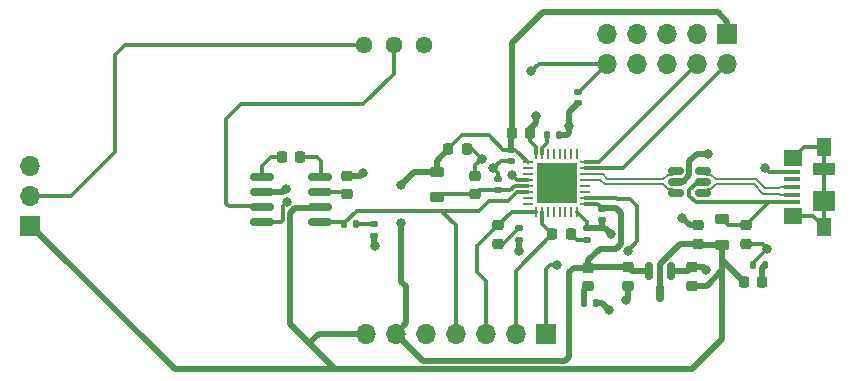
<source format=gbr>
%TF.GenerationSoftware,KiCad,Pcbnew,(6.0.2)*%
%TF.CreationDate,2024-04-01T09:01:55+02:00*%
%TF.ProjectId,STM32L4_Project,53544d33-324c-4345-9f50-726f6a656374,rev?*%
%TF.SameCoordinates,Original*%
%TF.FileFunction,Copper,L1,Top*%
%TF.FilePolarity,Positive*%
%FSLAX46Y46*%
G04 Gerber Fmt 4.6, Leading zero omitted, Abs format (unit mm)*
G04 Created by KiCad (PCBNEW (6.0.2)) date 2024-04-01 09:01:55*
%MOMM*%
%LPD*%
G01*
G04 APERTURE LIST*
G04 Aperture macros list*
%AMRoundRect*
0 Rectangle with rounded corners*
0 $1 Rounding radius*
0 $2 $3 $4 $5 $6 $7 $8 $9 X,Y pos of 4 corners*
0 Add a 4 corners polygon primitive as box body*
4,1,4,$2,$3,$4,$5,$6,$7,$8,$9,$2,$3,0*
0 Add four circle primitives for the rounded corners*
1,1,$1+$1,$2,$3*
1,1,$1+$1,$4,$5*
1,1,$1+$1,$6,$7*
1,1,$1+$1,$8,$9*
0 Add four rect primitives between the rounded corners*
20,1,$1+$1,$2,$3,$4,$5,0*
20,1,$1+$1,$4,$5,$6,$7,0*
20,1,$1+$1,$6,$7,$8,$9,0*
20,1,$1+$1,$8,$9,$2,$3,0*%
G04 Aperture macros list end*
%TA.AperFunction,SMDPad,CuDef*%
%ADD10RoundRect,0.225000X-0.225000X-0.250000X0.225000X-0.250000X0.225000X0.250000X-0.225000X0.250000X0*%
%TD*%
%TA.AperFunction,SMDPad,CuDef*%
%ADD11RoundRect,0.225000X0.250000X-0.225000X0.250000X0.225000X-0.250000X0.225000X-0.250000X-0.225000X0*%
%TD*%
%TA.AperFunction,ComponentPad*%
%ADD12R,1.700000X1.700000*%
%TD*%
%TA.AperFunction,ComponentPad*%
%ADD13O,1.700000X1.700000*%
%TD*%
%TA.AperFunction,SMDPad,CuDef*%
%ADD14RoundRect,0.135000X0.135000X0.185000X-0.135000X0.185000X-0.135000X-0.185000X0.135000X-0.185000X0*%
%TD*%
%TA.AperFunction,SMDPad,CuDef*%
%ADD15RoundRect,0.140000X-0.170000X0.140000X-0.170000X-0.140000X0.170000X-0.140000X0.170000X0.140000X0*%
%TD*%
%TA.AperFunction,SMDPad,CuDef*%
%ADD16RoundRect,0.218750X0.381250X-0.218750X0.381250X0.218750X-0.381250X0.218750X-0.381250X-0.218750X0*%
%TD*%
%TA.AperFunction,SMDPad,CuDef*%
%ADD17RoundRect,0.135000X-0.185000X0.135000X-0.185000X-0.135000X0.185000X-0.135000X0.185000X0.135000X0*%
%TD*%
%TA.AperFunction,SMDPad,CuDef*%
%ADD18RoundRect,0.135000X0.185000X-0.135000X0.185000X0.135000X-0.185000X0.135000X-0.185000X-0.135000X0*%
%TD*%
%TA.AperFunction,SMDPad,CuDef*%
%ADD19RoundRect,0.150000X-0.512500X-0.150000X0.512500X-0.150000X0.512500X0.150000X-0.512500X0.150000X0*%
%TD*%
%TA.AperFunction,SMDPad,CuDef*%
%ADD20RoundRect,0.218750X0.218750X0.256250X-0.218750X0.256250X-0.218750X-0.256250X0.218750X-0.256250X0*%
%TD*%
%TA.AperFunction,SMDPad,CuDef*%
%ADD21RoundRect,0.225000X-0.250000X0.225000X-0.250000X-0.225000X0.250000X-0.225000X0.250000X0.225000X0*%
%TD*%
%TA.AperFunction,SMDPad,CuDef*%
%ADD22RoundRect,0.140000X0.170000X-0.140000X0.170000X0.140000X-0.170000X0.140000X-0.170000X-0.140000X0*%
%TD*%
%TA.AperFunction,SMDPad,CuDef*%
%ADD23RoundRect,0.218750X0.256250X-0.218750X0.256250X0.218750X-0.256250X0.218750X-0.256250X-0.218750X0*%
%TD*%
%TA.AperFunction,SMDPad,CuDef*%
%ADD24RoundRect,0.062500X-0.375000X-0.062500X0.375000X-0.062500X0.375000X0.062500X-0.375000X0.062500X0*%
%TD*%
%TA.AperFunction,SMDPad,CuDef*%
%ADD25RoundRect,0.062500X-0.062500X-0.375000X0.062500X-0.375000X0.062500X0.375000X-0.062500X0.375000X0*%
%TD*%
%TA.AperFunction,SMDPad,CuDef*%
%ADD26R,3.450000X3.450000*%
%TD*%
%TA.AperFunction,SMDPad,CuDef*%
%ADD27RoundRect,0.150000X-0.825000X-0.150000X0.825000X-0.150000X0.825000X0.150000X-0.825000X0.150000X0*%
%TD*%
%TA.AperFunction,SMDPad,CuDef*%
%ADD28R,1.380000X0.450000*%
%TD*%
%TA.AperFunction,SMDPad,CuDef*%
%ADD29R,1.550000X1.425000*%
%TD*%
%TA.AperFunction,SMDPad,CuDef*%
%ADD30R,1.900000X1.000000*%
%TD*%
%TA.AperFunction,SMDPad,CuDef*%
%ADD31R,1.900000X1.800000*%
%TD*%
%TA.AperFunction,SMDPad,CuDef*%
%ADD32R,1.300000X1.650000*%
%TD*%
%TA.AperFunction,SMDPad,CuDef*%
%ADD33RoundRect,0.140000X0.140000X0.170000X-0.140000X0.170000X-0.140000X-0.170000X0.140000X-0.170000X0*%
%TD*%
%TA.AperFunction,SMDPad,CuDef*%
%ADD34RoundRect,0.218750X-0.381250X0.218750X-0.381250X-0.218750X0.381250X-0.218750X0.381250X0.218750X0*%
%TD*%
%TA.AperFunction,ComponentPad*%
%ADD35C,1.440000*%
%TD*%
%TA.AperFunction,SMDPad,CuDef*%
%ADD36RoundRect,0.150000X-0.150000X0.587500X-0.150000X-0.587500X0.150000X-0.587500X0.150000X0.587500X0*%
%TD*%
%TA.AperFunction,SMDPad,CuDef*%
%ADD37RoundRect,0.135000X-0.135000X-0.185000X0.135000X-0.185000X0.135000X0.185000X-0.135000X0.185000X0*%
%TD*%
%TA.AperFunction,ViaPad*%
%ADD38C,0.800000*%
%TD*%
%TA.AperFunction,Conductor*%
%ADD39C,0.500000*%
%TD*%
%TA.AperFunction,Conductor*%
%ADD40C,0.300000*%
%TD*%
%TA.AperFunction,Conductor*%
%ADD41C,0.200000*%
%TD*%
G04 APERTURE END LIST*
D10*
%TO.P,C2,1*%
%TO.N,Net-(C2-Pad1)*%
X75475000Y-49650000D03*
%TO.P,C2,2*%
%TO.N,Net-(C2-Pad2)*%
X77025000Y-49650000D03*
%TD*%
D11*
%TO.P,C4,1*%
%TO.N,Net-(C4-Pad1)*%
X81000000Y-52800000D03*
%TO.P,C4,2*%
%TO.N,GND*%
X81000000Y-51250000D03*
%TD*%
%TO.P,C7,1*%
%TO.N,+5V*%
X110750000Y-57000000D03*
%TO.P,C7,2*%
%TO.N,GND*%
X110750000Y-55450000D03*
%TD*%
%TO.P,C1,1*%
%TO.N,+5V*%
X110200000Y-60550000D03*
%TO.P,C1,2*%
%TO.N,GND*%
X110200000Y-59000000D03*
%TD*%
D12*
%TO.P,J4,1,Pin_1*%
%TO.N,+3V3*%
X113200000Y-39200000D03*
D13*
%TO.P,J4,2,Pin_2*%
%TO.N,SWDIO*%
X113200000Y-41740000D03*
%TO.P,J4,3,Pin_3*%
%TO.N,GND*%
X110660000Y-39200000D03*
%TO.P,J4,4,Pin_4*%
%TO.N,SWCLCK*%
X110660000Y-41740000D03*
%TO.P,J4,5,Pin_5*%
%TO.N,GND*%
X108120000Y-39200000D03*
%TO.P,J4,6,Pin_6*%
%TO.N,unconnected-(J4-Pad6)*%
X108120000Y-41740000D03*
%TO.P,J4,7,Pin_7*%
%TO.N,unconnected-(J4-Pad7)*%
X105580000Y-39200000D03*
%TO.P,J4,8,Pin_8*%
%TO.N,unconnected-(J4-Pad8)*%
X105580000Y-41740000D03*
%TO.P,J4,9,Pin_9*%
%TO.N,GND*%
X103040000Y-39200000D03*
%TO.P,J4,10,Pin_10*%
%TO.N,NRST*%
X103040000Y-41740000D03*
%TD*%
D14*
%TO.P,R4,1*%
%TO.N,GND*%
X98950000Y-47800000D03*
%TO.P,R4,2*%
%TO.N,Net-(R4-Pad2)*%
X97930000Y-47800000D03*
%TD*%
D15*
%TO.P,C9,1*%
%TO.N,+3V3*%
X94850000Y-49020000D03*
%TO.P,C9,2*%
%TO.N,GND*%
X94850000Y-49980000D03*
%TD*%
D16*
%TO.P,FB2,1*%
%TO.N,+3.3VA*%
X88600000Y-53062500D03*
%TO.P,FB2,2*%
%TO.N,+3V3*%
X88600000Y-50937500D03*
%TD*%
D17*
%TO.P,R5,1*%
%TO.N,GND*%
X101350000Y-55690000D03*
%TO.P,R5,2*%
%TO.N,Net-(D3-Pad1)*%
X101350000Y-56710000D03*
%TD*%
D18*
%TO.P,R1,1*%
%TO.N,GND*%
X83250000Y-56320000D03*
%TO.P,R1,2*%
%TO.N,Net-(C5-Pad1)*%
X83250000Y-55300000D03*
%TD*%
D19*
%TO.P,U3,1,I/O1*%
%TO.N,USB_D+*%
X108862500Y-50800000D03*
%TO.P,U3,2,GND*%
%TO.N,GND*%
X108862500Y-51750000D03*
%TO.P,U3,3,I/O2*%
%TO.N,USB_D-*%
X108862500Y-52700000D03*
%TO.P,U3,4,I/O2*%
%TO.N,USB_CONN_D-*%
X111137500Y-52700000D03*
%TO.P,U3,5,VBUS*%
%TO.N,VBUS*%
X111137500Y-51750000D03*
%TO.P,U3,6,I/O1*%
%TO.N,USB_CONN_D+*%
X111137500Y-50800000D03*
%TD*%
D15*
%TO.P,C10,1*%
%TO.N,+3V3*%
X102600000Y-54020000D03*
%TO.P,C10,2*%
%TO.N,GND*%
X102600000Y-54980000D03*
%TD*%
D20*
%TO.P,D2,1,K*%
%TO.N,Net-(D2-Pad1)*%
X116175000Y-60200000D03*
%TO.P,D2,2,A*%
%TO.N,+5V*%
X114600000Y-60200000D03*
%TD*%
%TO.P,D3,1,K*%
%TO.N,Net-(D3-Pad1)*%
X99937500Y-56200000D03*
%TO.P,D3,2,A*%
%TO.N,PA4*%
X98362500Y-56200000D03*
%TD*%
D21*
%TO.P,C3,1*%
%TO.N,+3V3*%
X104800000Y-59000000D03*
%TO.P,C3,2*%
%TO.N,GND*%
X104800000Y-60550000D03*
%TD*%
D22*
%TO.P,C11,1*%
%TO.N,+3.3VA*%
X93800000Y-52480000D03*
%TO.P,C11,2*%
%TO.N,GND*%
X93800000Y-51520000D03*
%TD*%
D15*
%TO.P,C13,1*%
%TO.N,NRST*%
X100600000Y-44120000D03*
%TO.P,C13,2*%
%TO.N,GND*%
X100600000Y-45080000D03*
%TD*%
D23*
%TO.P,D1,1,K*%
%TO.N,Net-(D1-Pad1)*%
X101400000Y-60587500D03*
%TO.P,D1,2,A*%
%TO.N,+3V3*%
X101400000Y-59012500D03*
%TD*%
D24*
%TO.P,U4,1,VDD*%
%TO.N,+3V3*%
X96312500Y-50100000D03*
%TO.P,U4,2,PC14*%
%TO.N,unconnected-(U4-Pad2)*%
X96312500Y-50600000D03*
%TO.P,U4,3,PC15*%
%TO.N,unconnected-(U4-Pad3)*%
X96312500Y-51100000D03*
%TO.P,U4,4,NRST*%
%TO.N,NRST*%
X96312500Y-51600000D03*
%TO.P,U4,5,VDDA*%
%TO.N,+3.3VA*%
X96312500Y-52100000D03*
%TO.P,U4,6,PA0*%
%TO.N,ADC_IN*%
X96312500Y-52600000D03*
%TO.P,U4,7,PA1*%
%TO.N,unconnected-(U4-Pad7)*%
X96312500Y-53100000D03*
%TO.P,U4,8,PA2*%
%TO.N,unconnected-(U4-Pad8)*%
X96312500Y-53600000D03*
D25*
%TO.P,U4,9,PA3*%
%TO.N,PA3*%
X97000000Y-54287500D03*
%TO.P,U4,10,PA4*%
%TO.N,PA4*%
X97500000Y-54287500D03*
%TO.P,U4,11,PA5*%
%TO.N,unconnected-(U4-Pad11)*%
X98000000Y-54287500D03*
%TO.P,U4,12,PA6*%
%TO.N,unconnected-(U4-Pad12)*%
X98500000Y-54287500D03*
%TO.P,U4,13,PA7*%
%TO.N,unconnected-(U4-Pad13)*%
X99000000Y-54287500D03*
%TO.P,U4,14,PB0*%
%TO.N,unconnected-(U4-Pad14)*%
X99500000Y-54287500D03*
%TO.P,U4,15,PB1*%
%TO.N,unconnected-(U4-Pad15)*%
X100000000Y-54287500D03*
%TO.P,U4,16,VSS*%
%TO.N,GND*%
X100500000Y-54287500D03*
D24*
%TO.P,U4,17,VDD*%
%TO.N,+3V3*%
X101187500Y-53600000D03*
%TO.P,U4,18,PA8*%
%TO.N,PA8*%
X101187500Y-53100000D03*
%TO.P,U4,19,PA9*%
%TO.N,unconnected-(U4-Pad19)*%
X101187500Y-52600000D03*
%TO.P,U4,20,PA10*%
%TO.N,unconnected-(U4-Pad20)*%
X101187500Y-52100000D03*
%TO.P,U4,21,PA11*%
%TO.N,USB_D-*%
X101187500Y-51600000D03*
%TO.P,U4,22,PA12*%
%TO.N,USB_D+*%
X101187500Y-51100000D03*
%TO.P,U4,23,PA13*%
%TO.N,SWDIO*%
X101187500Y-50600000D03*
%TO.P,U4,24,PA14*%
%TO.N,SWCLCK*%
X101187500Y-50100000D03*
D25*
%TO.P,U4,25,PA15*%
%TO.N,unconnected-(U4-Pad25)*%
X100500000Y-49412500D03*
%TO.P,U4,26,PB3*%
%TO.N,unconnected-(U4-Pad26)*%
X100000000Y-49412500D03*
%TO.P,U4,27,PB4*%
%TO.N,unconnected-(U4-Pad27)*%
X99500000Y-49412500D03*
%TO.P,U4,28,PB5*%
%TO.N,unconnected-(U4-Pad28)*%
X99000000Y-49412500D03*
%TO.P,U4,29,PB6*%
%TO.N,unconnected-(U4-Pad29)*%
X98500000Y-49412500D03*
%TO.P,U4,30,PB7*%
%TO.N,unconnected-(U4-Pad30)*%
X98000000Y-49412500D03*
%TO.P,U4,31,PH3*%
%TO.N,Net-(R4-Pad2)*%
X97500000Y-49412500D03*
%TO.P,U4,32,VSS*%
%TO.N,GND*%
X97000000Y-49412500D03*
D26*
%TO.P,U4,33,VSS*%
X98750000Y-51850000D03*
%TD*%
D12*
%TO.P,J2,1,Pin_1*%
%TO.N,PA8*%
X97825000Y-64600000D03*
D13*
%TO.P,J2,2,Pin_2*%
%TO.N,PA4*%
X95285000Y-64600000D03*
%TO.P,J2,3,Pin_3*%
%TO.N,PA3*%
X92745000Y-64600000D03*
%TO.P,J2,4,Pin_4*%
%TO.N,ADC_IN*%
X90205000Y-64600000D03*
%TO.P,J2,5,Pin_5*%
%TO.N,GND*%
X87665000Y-64600000D03*
%TO.P,J2,6,Pin_6*%
%TO.N,+3V3*%
X85125000Y-64600000D03*
%TO.P,J2,7,Pin_7*%
%TO.N,+5V*%
X82585000Y-64600000D03*
%TD*%
D12*
%TO.P,J3,1,Pin_1*%
%TO.N,+5V*%
X54200000Y-55480000D03*
D13*
%TO.P,J3,2,Pin_2*%
%TO.N,RADAR_OUT*%
X54200000Y-52940000D03*
%TO.P,J3,3,Pin_3*%
%TO.N,GND*%
X54200000Y-50400000D03*
%TD*%
D10*
%TO.P,C14,1*%
%TO.N,+3V3*%
X89575000Y-49000000D03*
%TO.P,C14,2*%
%TO.N,GND*%
X91125000Y-49000000D03*
%TD*%
%TO.P,C8,1*%
%TO.N,+3V3*%
X94975000Y-47600000D03*
%TO.P,C8,2*%
%TO.N,GND*%
X96525000Y-47600000D03*
%TD*%
D27*
%TO.P,U2,1,GAIN*%
%TO.N,Net-(C2-Pad1)*%
X73775000Y-51345000D03*
%TO.P,U2,2,-*%
%TO.N,GND*%
X73775000Y-52615000D03*
%TO.P,U2,3,+*%
%TO.N,Net-(RV1-Pad2)*%
X73775000Y-53885000D03*
%TO.P,U2,4,GND*%
%TO.N,GND*%
X73775000Y-55155000D03*
%TO.P,U2,5*%
%TO.N,ADC_IN*%
X78725000Y-55155000D03*
%TO.P,U2,6,V+*%
%TO.N,+5V*%
X78725000Y-53885000D03*
%TO.P,U2,7,BYPASS*%
%TO.N,Net-(C4-Pad1)*%
X78725000Y-52615000D03*
%TO.P,U2,8,GAIN*%
%TO.N,Net-(C2-Pad2)*%
X78725000Y-51345000D03*
%TD*%
D14*
%TO.P,R2,1*%
%TO.N,GND*%
X102110000Y-62000000D03*
%TO.P,R2,2*%
%TO.N,Net-(D1-Pad1)*%
X101090000Y-62000000D03*
%TD*%
D21*
%TO.P,C6,1*%
%TO.N,VBUS*%
X114750000Y-55450000D03*
%TO.P,C6,2*%
%TO.N,GND*%
X114750000Y-57000000D03*
%TD*%
D28*
%TO.P,J1,1,VBUS*%
%TO.N,VBUS*%
X118690000Y-53500000D03*
%TO.P,J1,2,D-*%
%TO.N,USB_CONN_D-*%
X118690000Y-52850000D03*
%TO.P,J1,3,D+*%
%TO.N,USB_CONN_D+*%
X118690000Y-52200000D03*
%TO.P,J1,4,ID*%
%TO.N,unconnected-(J1-Pad4)*%
X118690000Y-51550000D03*
%TO.P,J1,5,GND*%
%TO.N,GND*%
X118690000Y-50900000D03*
D29*
%TO.P,J1,6,Shield*%
%TO.N,unconnected-(J1-Pad6)*%
X118775000Y-54687500D03*
D30*
X121350000Y-50650000D03*
D29*
X118775000Y-49712500D03*
D31*
X121350000Y-53350000D03*
D32*
X121350000Y-55575000D03*
X121350000Y-48825000D03*
%TD*%
D33*
%TO.P,C5,1*%
%TO.N,Net-(C5-Pad1)*%
X81730000Y-55300000D03*
%TO.P,C5,2*%
%TO.N,ADC_IN*%
X80770000Y-55300000D03*
%TD*%
D34*
%TO.P,FB1,1*%
%TO.N,VBUS*%
X112750000Y-54937500D03*
%TO.P,FB1,2*%
%TO.N,+5V*%
X112750000Y-57062500D03*
%TD*%
D35*
%TO.P,RV1,1,1*%
%TO.N,RADAR_OUT*%
X82450000Y-40200000D03*
%TO.P,RV1,2,2*%
%TO.N,Net-(RV1-Pad2)*%
X84990000Y-40200000D03*
%TO.P,RV1,3,3*%
%TO.N,GND*%
X87530000Y-40200000D03*
%TD*%
D11*
%TO.P,C12,1*%
%TO.N,+3.3VA*%
X91850000Y-52775000D03*
%TO.P,C12,2*%
%TO.N,GND*%
X91850000Y-51225000D03*
%TD*%
D23*
%TO.P,D4,1,K*%
%TO.N,Net-(D4-Pad1)*%
X93800000Y-57000000D03*
%TO.P,D4,2,A*%
%TO.N,PA3*%
X93800000Y-55425000D03*
%TD*%
D18*
%TO.P,R6,1*%
%TO.N,GND*%
X95550000Y-56710000D03*
%TO.P,R6,2*%
%TO.N,Net-(D4-Pad1)*%
X95550000Y-55690000D03*
%TD*%
D36*
%TO.P,U1,1,GND*%
%TO.N,GND*%
X108450000Y-59312500D03*
%TO.P,U1,2,VO*%
%TO.N,+3V3*%
X106550000Y-59312500D03*
%TO.P,U1,3,VI*%
%TO.N,+5V*%
X107500000Y-61187500D03*
%TD*%
D37*
%TO.P,R3,1*%
%TO.N,GND*%
X115380000Y-58787500D03*
%TO.P,R3,2*%
%TO.N,Net-(D2-Pad1)*%
X116400000Y-58787500D03*
%TD*%
D38*
%TO.N,GND*%
X75894865Y-53503760D03*
X92400000Y-49800000D03*
X99800000Y-47000000D03*
X93400000Y-50600000D03*
X103350500Y-56200000D03*
X97000000Y-46200000D03*
X99800000Y-51600000D03*
X83400000Y-57200000D03*
X95600000Y-57600000D03*
X103200000Y-62600000D03*
X75800000Y-52400000D03*
X111600000Y-49400000D03*
X116600000Y-57400000D03*
X116400000Y-50600000D03*
X111400000Y-59200000D03*
X82400000Y-51000000D03*
X104600000Y-61800000D03*
X109400000Y-54800000D03*
%TO.N,+3V3*%
X85600000Y-55200000D03*
X85600000Y-52000000D03*
%TO.N,NRST*%
X96600000Y-42400000D03*
X95000000Y-51200000D03*
%TO.N,PA8*%
X98800000Y-58800000D03*
X104800688Y-57600688D03*
%TD*%
D39*
%TO.N,+5V*%
X78057151Y-54000000D02*
X76600000Y-54000000D01*
X112750000Y-65050000D02*
X110200000Y-67600000D01*
X80000000Y-67600000D02*
X80200000Y-67600000D01*
X78600000Y-64600000D02*
X77800000Y-65400000D01*
X82585000Y-64600000D02*
X78600000Y-64600000D01*
X112750000Y-59250000D02*
X112750000Y-65050000D01*
X112750000Y-58350000D02*
X114600000Y-60200000D01*
X66400000Y-67600000D02*
X54280000Y-55480000D01*
X112750000Y-57062500D02*
X110812500Y-57062500D01*
X54280000Y-55480000D02*
X54200000Y-55480000D01*
X110750000Y-57000000D02*
X109177151Y-57000000D01*
X112750000Y-59250000D02*
X111450000Y-60550000D01*
X78172151Y-53885000D02*
X78057151Y-54000000D01*
X112750000Y-58350000D02*
X112750000Y-59250000D01*
X76600000Y-54000000D02*
X76200000Y-54400000D01*
X110200000Y-67600000D02*
X80200000Y-67600000D01*
X107500000Y-58677151D02*
X107500000Y-61187500D01*
X76200000Y-54400000D02*
X76200000Y-63800000D01*
X112750000Y-57062500D02*
X112750000Y-58350000D01*
X78725000Y-53885000D02*
X78172151Y-53885000D01*
X77800000Y-65400000D02*
X80000000Y-67600000D01*
X109177151Y-57000000D02*
X107500000Y-58677151D01*
X111450000Y-60550000D02*
X110200000Y-60550000D01*
X76200000Y-63800000D02*
X77800000Y-65400000D01*
X80200000Y-67600000D02*
X66400000Y-67600000D01*
X110812500Y-57062500D02*
X110750000Y-57000000D01*
%TO.N,GND*%
X95550000Y-56710000D02*
X95550000Y-57550000D01*
X98750000Y-51850000D02*
X99550000Y-51850000D01*
D40*
X101350000Y-55137500D02*
X100500000Y-54287500D01*
X75445000Y-55155000D02*
X75600000Y-55000000D01*
D39*
X104800000Y-61600000D02*
X104600000Y-61800000D01*
D40*
X101350000Y-55690000D02*
X101350000Y-55137500D01*
X91850000Y-50350000D02*
X92400000Y-49800000D01*
D39*
X95550000Y-57550000D02*
X95600000Y-57600000D01*
D40*
X116200000Y-57000000D02*
X116600000Y-57400000D01*
D39*
X102840500Y-55690000D02*
X103350500Y-56200000D01*
D40*
X96525000Y-48325000D02*
X96525000Y-47600000D01*
D39*
X99600000Y-47800000D02*
X99800000Y-47600000D01*
X109450000Y-51750000D02*
X110000000Y-51200000D01*
X98950000Y-47800000D02*
X99600000Y-47800000D01*
X82150000Y-51250000D02*
X82400000Y-51000000D01*
D40*
X94020000Y-49980000D02*
X93400000Y-50600000D01*
D39*
X96525000Y-47275000D02*
X97000000Y-46800000D01*
D40*
X91850000Y-51225000D02*
X91850000Y-50350000D01*
D39*
X102110000Y-62000000D02*
X102600000Y-62000000D01*
X108862500Y-51750000D02*
X109450000Y-51750000D01*
X108450000Y-59312500D02*
X109887500Y-59312500D01*
X102600000Y-54980000D02*
X102600000Y-55449500D01*
X83250000Y-57050000D02*
X83400000Y-57200000D01*
X97000000Y-46800000D02*
X97000000Y-46200000D01*
D40*
X75600000Y-55000000D02*
X75600000Y-53798625D01*
D39*
X104800000Y-60550000D02*
X104800000Y-61600000D01*
D40*
X75600000Y-53798625D02*
X75894865Y-53503760D01*
D39*
X110000000Y-51200000D02*
X110000000Y-50000000D01*
X110050000Y-55450000D02*
X109400000Y-54800000D01*
D40*
X111200000Y-59000000D02*
X111400000Y-59200000D01*
D39*
X110600000Y-49400000D02*
X111600000Y-49400000D01*
D40*
X97000000Y-48800000D02*
X96525000Y-48325000D01*
D39*
X99550000Y-51850000D02*
X99800000Y-51600000D01*
X110200000Y-59000000D02*
X111200000Y-59000000D01*
X99800000Y-47600000D02*
X99800000Y-47000000D01*
X83250000Y-56320000D02*
X83250000Y-57050000D01*
X96525000Y-47600000D02*
X96525000Y-47275000D01*
D40*
X91600000Y-49000000D02*
X92400000Y-49800000D01*
D39*
X110200000Y-59000000D02*
X109887500Y-59312500D01*
X101350000Y-55690000D02*
X102840500Y-55690000D01*
D40*
X93800000Y-51520000D02*
X93800000Y-51000000D01*
X94850000Y-49980000D02*
X94020000Y-49980000D01*
D39*
X99800000Y-45880000D02*
X100600000Y-45080000D01*
D40*
X93800000Y-51000000D02*
X93400000Y-50600000D01*
X118690000Y-50900000D02*
X116700000Y-50900000D01*
X114750000Y-57000000D02*
X116200000Y-57000000D01*
X97000000Y-49412500D02*
X97000000Y-48800000D01*
X91125000Y-49000000D02*
X91600000Y-49000000D01*
D39*
X99800000Y-47000000D02*
X99800000Y-45880000D01*
D40*
X73775000Y-55155000D02*
X75445000Y-55155000D01*
D39*
X73775000Y-52615000D02*
X75585000Y-52615000D01*
D40*
X75585000Y-52615000D02*
X75800000Y-52400000D01*
X115380000Y-58787500D02*
X115380000Y-58620000D01*
D39*
X102600000Y-62000000D02*
X103200000Y-62600000D01*
D40*
X116700000Y-50900000D02*
X116400000Y-50600000D01*
D39*
X110750000Y-55450000D02*
X110050000Y-55450000D01*
D40*
X115380000Y-58620000D02*
X116600000Y-57400000D01*
D39*
X81000000Y-51250000D02*
X82150000Y-51250000D01*
X110000000Y-50000000D02*
X110600000Y-49400000D01*
D40*
%TO.N,Net-(C2-Pad1)*%
X74550000Y-49650000D02*
X75475000Y-49650000D01*
X73775000Y-51345000D02*
X73775000Y-50425000D01*
X73775000Y-50425000D02*
X74550000Y-49650000D01*
%TO.N,Net-(C2-Pad2)*%
X78800000Y-51270000D02*
X78725000Y-51345000D01*
X77025000Y-49650000D02*
X78450000Y-49650000D01*
X78450000Y-49650000D02*
X78800000Y-50000000D01*
X78800000Y-50000000D02*
X78800000Y-51270000D01*
D39*
%TO.N,+3V3*%
X106550000Y-59312500D02*
X105112500Y-59312500D01*
X113200000Y-39200000D02*
X113200000Y-38200000D01*
D40*
X102600000Y-54020000D02*
X102600000Y-54000000D01*
X96312500Y-50100000D02*
X95232500Y-49020000D01*
D39*
X85600000Y-60200000D02*
X86000000Y-60600000D01*
X86662500Y-50937500D02*
X85600000Y-52000000D01*
X103800000Y-57400000D02*
X104200000Y-57000000D01*
D40*
X94850000Y-47725000D02*
X94975000Y-47600000D01*
D39*
X87425480Y-66900480D02*
X85125000Y-64600000D01*
X88600000Y-50937500D02*
X88600000Y-49975000D01*
X99499520Y-66900480D02*
X87425480Y-66900480D01*
D40*
X94850000Y-49020000D02*
X94220000Y-49020000D01*
D39*
X86000000Y-63725000D02*
X85125000Y-64600000D01*
X101400000Y-59012500D02*
X101400000Y-58400000D01*
X104200000Y-54400000D02*
X103800000Y-54000000D01*
X88600000Y-49975000D02*
X89575000Y-49000000D01*
X85600000Y-55200000D02*
X85600000Y-58200000D01*
X94850000Y-49020000D02*
X94850000Y-47725000D01*
X101412500Y-59000000D02*
X101400000Y-59012500D01*
X99800000Y-66600000D02*
X99499520Y-66900480D01*
X86000000Y-60600000D02*
X86000000Y-63725000D01*
D40*
X93000000Y-47800000D02*
X90775000Y-47800000D01*
D39*
X104800000Y-59000000D02*
X101412500Y-59000000D01*
X112400000Y-37400000D02*
X97600000Y-37400000D01*
X113200000Y-38200000D02*
X112400000Y-37400000D01*
D40*
X102600000Y-54000000D02*
X102200000Y-53600000D01*
D39*
X103800000Y-54000000D02*
X102620000Y-54000000D01*
X97600000Y-37400000D02*
X94975000Y-40025000D01*
X94975000Y-40025000D02*
X94975000Y-47600000D01*
X105112500Y-59312500D02*
X104800000Y-59000000D01*
X104200000Y-57000000D02*
X104200000Y-54400000D01*
D40*
X90775000Y-47800000D02*
X89575000Y-49000000D01*
D39*
X102400000Y-57400000D02*
X103800000Y-57400000D01*
X101400000Y-59012500D02*
X100187500Y-59012500D01*
D40*
X102200000Y-53600000D02*
X101187500Y-53600000D01*
D39*
X100187500Y-59012500D02*
X99800000Y-59400000D01*
X102620000Y-54000000D02*
X102600000Y-54020000D01*
X88600000Y-50937500D02*
X86662500Y-50937500D01*
D40*
X95232500Y-49020000D02*
X94850000Y-49020000D01*
D39*
X101400000Y-58400000D02*
X102400000Y-57400000D01*
D40*
X94220000Y-49020000D02*
X93000000Y-47800000D01*
D39*
X99800000Y-59400000D02*
X99800000Y-66600000D01*
X85600000Y-58200000D02*
X85600000Y-60200000D01*
D40*
%TO.N,Net-(C4-Pad1)*%
X78725000Y-52615000D02*
X80815000Y-52615000D01*
X80815000Y-52615000D02*
X81000000Y-52800000D01*
%TO.N,Net-(C5-Pad1)*%
X81730000Y-55300000D02*
X83250000Y-55300000D01*
%TO.N,ADC_IN*%
X93000000Y-53400000D02*
X92200000Y-54200000D01*
X80625000Y-55155000D02*
X80770000Y-55300000D01*
X78725000Y-55155000D02*
X80625000Y-55155000D01*
X80770000Y-55257715D02*
X80770000Y-55300000D01*
X95400000Y-52600000D02*
X94600000Y-53400000D01*
X90205000Y-64600000D02*
X90205000Y-55405000D01*
X90205000Y-55405000D02*
X89000000Y-54200000D01*
X89000000Y-54200000D02*
X81827715Y-54200000D01*
X81827715Y-54200000D02*
X80770000Y-55257715D01*
X92200000Y-54200000D02*
X89000000Y-54200000D01*
X94600000Y-53400000D02*
X93000000Y-53400000D01*
X96312500Y-52600000D02*
X95400000Y-52600000D01*
%TO.N,VBUS*%
X118690000Y-53500000D02*
X116700000Y-53500000D01*
X116700000Y-53500000D02*
X110568573Y-53500000D01*
X110718573Y-51750000D02*
X111137500Y-51750000D01*
X114750000Y-55450000D02*
X113262500Y-55450000D01*
X116700000Y-53500000D02*
X114750000Y-55450000D01*
X113262500Y-55450000D02*
X112750000Y-54937500D01*
X110000000Y-52931427D02*
X110000000Y-52468573D01*
X110000000Y-52468573D02*
X110718573Y-51750000D01*
X110568573Y-53500000D02*
X110000000Y-52931427D01*
%TO.N,+3.3VA*%
X88887500Y-52775000D02*
X88600000Y-53062500D01*
X92145000Y-52480000D02*
X91850000Y-52775000D01*
X91850000Y-52775000D02*
X88887500Y-52775000D01*
X95193572Y-52100000D02*
X96312500Y-52100000D01*
X93800000Y-52480000D02*
X94813572Y-52480000D01*
X93800000Y-52480000D02*
X92145000Y-52480000D01*
X94813572Y-52480000D02*
X95193572Y-52100000D01*
%TO.N,NRST*%
X95400000Y-51600000D02*
X95000000Y-51200000D01*
X100600000Y-44120000D02*
X100660000Y-44120000D01*
X100660000Y-44120000D02*
X103040000Y-41740000D01*
X96312500Y-51600000D02*
X95400000Y-51600000D01*
X97260000Y-41740000D02*
X103040000Y-41740000D01*
X96600000Y-42400000D02*
X97260000Y-41740000D01*
D39*
%TO.N,Net-(D1-Pad1)*%
X101090000Y-62000000D02*
X101090000Y-60897500D01*
X101090000Y-60897500D02*
X101400000Y-60587500D01*
%TO.N,Net-(D2-Pad1)*%
X116175000Y-60200000D02*
X116175000Y-59012500D01*
X116175000Y-59012500D02*
X116400000Y-58787500D01*
D40*
%TO.N,Net-(D3-Pad1)*%
X100447500Y-56710000D02*
X99937500Y-56200000D01*
X101350000Y-56710000D02*
X100447500Y-56710000D01*
%TO.N,PA4*%
X97500000Y-55337500D02*
X98362500Y-56200000D01*
X95285000Y-64600000D02*
X95285000Y-59277500D01*
X97500000Y-54287500D02*
X97500000Y-55337500D01*
X95285000Y-59277500D02*
X98362500Y-56200000D01*
%TO.N,Net-(D4-Pad1)*%
X94240000Y-57000000D02*
X95550000Y-55690000D01*
X93800000Y-57000000D02*
X94240000Y-57000000D01*
%TO.N,PA3*%
X92000000Y-59400000D02*
X92000000Y-57225000D01*
X92745000Y-64600000D02*
X92745000Y-60145000D01*
X92000000Y-57225000D02*
X93800000Y-55425000D01*
X92745000Y-60145000D02*
X92000000Y-59400000D01*
X93800000Y-55425000D02*
X94937500Y-54287500D01*
X94937500Y-54287500D02*
X97000000Y-54287500D01*
D41*
%TO.N,USB_CONN_D-*%
X111487980Y-52349520D02*
X111137500Y-52700000D01*
X118690000Y-52850000D02*
X117654999Y-52850000D01*
X117654999Y-52850000D02*
X117554999Y-52750000D01*
X116231800Y-52750000D02*
X115456801Y-51975001D01*
X111836197Y-52349520D02*
X111487980Y-52349520D01*
X117554999Y-52750000D02*
X116231800Y-52750000D01*
X115456801Y-51975001D02*
X112210716Y-51975001D01*
X112210716Y-51975001D02*
X111836197Y-52349520D01*
%TO.N,USB_CONN_D+*%
X111487980Y-51150480D02*
X111137500Y-50800000D01*
X115643199Y-51524999D02*
X112210716Y-51524999D01*
X118690000Y-52200000D02*
X117654999Y-52200000D01*
X116418200Y-52300000D02*
X115643199Y-51524999D01*
X117554999Y-52300000D02*
X116418200Y-52300000D01*
X112210716Y-51524999D02*
X111836197Y-51150480D01*
X111836197Y-51150480D02*
X111487980Y-51150480D01*
X117654999Y-52200000D02*
X117554999Y-52300000D01*
D40*
%TO.N,unconnected-(J1-Pad6)*%
X121350000Y-48825000D02*
X119662500Y-48825000D01*
X121350000Y-50650000D02*
X121350000Y-48825000D01*
X119662500Y-48825000D02*
X118775000Y-49712500D01*
X121350000Y-53350000D02*
X121350000Y-50650000D01*
X121350000Y-55575000D02*
X121350000Y-53350000D01*
X118775000Y-54687500D02*
X120462500Y-54687500D01*
X120462500Y-54687500D02*
X121350000Y-55575000D01*
%TO.N,RADAR_OUT*%
X62200000Y-40200000D02*
X62600000Y-40200000D01*
X57660000Y-52940000D02*
X61400000Y-49200000D01*
X61400000Y-41000000D02*
X62200000Y-40200000D01*
X62600000Y-40200000D02*
X82450000Y-40200000D01*
X54200000Y-52940000D02*
X57660000Y-52940000D01*
X61400000Y-49200000D02*
X61400000Y-41000000D01*
%TO.N,PA8*%
X98200000Y-58800000D02*
X98800000Y-58800000D01*
X101187500Y-53100000D02*
X103747850Y-53100000D01*
X97825000Y-59175000D02*
X98200000Y-58800000D01*
X97825000Y-64600000D02*
X97825000Y-59175000D01*
X105000000Y-53200000D02*
X105600000Y-53800000D01*
X105600000Y-56800000D02*
X105600000Y-53800000D01*
X103747850Y-53100000D02*
X103847850Y-53200000D01*
X104800688Y-57599312D02*
X105600000Y-56800000D01*
X103847850Y-53200000D02*
X105000000Y-53200000D01*
X104800688Y-57600688D02*
X104800688Y-57599312D01*
%TO.N,SWDIO*%
X104340000Y-50600000D02*
X113200000Y-41740000D01*
X101187500Y-50600000D02*
X104340000Y-50600000D01*
%TO.N,SWCLCK*%
X101187500Y-50100000D02*
X102300000Y-50100000D01*
X102300000Y-50100000D02*
X110660000Y-41740000D01*
%TO.N,Net-(R4-Pad2)*%
X97500000Y-48892316D02*
X97792316Y-48600000D01*
X97930000Y-48470000D02*
X97930000Y-47800000D01*
X97500000Y-49412500D02*
X97500000Y-48892316D01*
X97792316Y-48600000D02*
X97800000Y-48600000D01*
X97800000Y-48600000D02*
X97930000Y-48470000D01*
%TO.N,Net-(RV1-Pad2)*%
X72000000Y-45200000D02*
X82400000Y-45200000D01*
X70800000Y-46400000D02*
X72000000Y-45200000D01*
X73690000Y-53800000D02*
X71000000Y-53800000D01*
X70800000Y-53600000D02*
X70800000Y-46400000D01*
X84990000Y-42610000D02*
X84990000Y-40200000D01*
X73775000Y-53885000D02*
X73690000Y-53800000D01*
X71000000Y-53800000D02*
X70800000Y-53600000D01*
X82400000Y-45200000D02*
X84990000Y-42610000D01*
D41*
%TO.N,USB_D+*%
X101187500Y-51100000D02*
X101212499Y-51124999D01*
X103043199Y-51524999D02*
X107789284Y-51524999D01*
X108512020Y-51150480D02*
X108862500Y-50800000D01*
X101212499Y-51124999D02*
X102643199Y-51124999D01*
X108163803Y-51150480D02*
X108512020Y-51150480D01*
X102643199Y-51124999D02*
X103043199Y-51524999D01*
X107789284Y-51524999D02*
X108163803Y-51150480D01*
%TO.N,USB_D-*%
X108163803Y-52349520D02*
X108512020Y-52349520D01*
X102456801Y-51575001D02*
X102856801Y-51975001D01*
X101187500Y-51600000D02*
X101212499Y-51575001D01*
X102856801Y-51975001D02*
X107789284Y-51975001D01*
X101212499Y-51575001D02*
X102456801Y-51575001D01*
X107789284Y-51975001D02*
X108163803Y-52349520D01*
X108512020Y-52349520D02*
X108862500Y-52700000D01*
%TD*%
M02*

</source>
